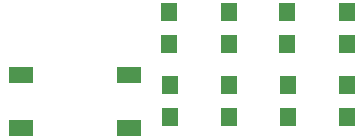
<source format=gbr>
G04 #@! TF.FileFunction,Paste,Top*
%FSLAX46Y46*%
G04 Gerber Fmt 4.6, Leading zero omitted, Abs format (unit mm)*
G04 Created by KiCad (PCBNEW 4.0.0-rc1-stable) date 05/10/2017 19:39:07*
%MOMM*%
G01*
G04 APERTURE LIST*
%ADD10C,0.100000*%
%ADD11R,2.150800X1.450800*%
%ADD12R,1.350800X1.550800*%
G04 APERTURE END LIST*
D10*
D11*
X179150000Y-119400000D03*
X188250000Y-119400000D03*
X188250000Y-114900000D03*
X179150000Y-114900000D03*
D12*
X196700000Y-118450000D03*
X196700000Y-115750000D03*
X201700000Y-118450000D03*
X201700000Y-115750000D03*
X206700000Y-118450000D03*
X206700000Y-115750000D03*
X191700000Y-118450000D03*
X191700000Y-115750000D03*
X196713000Y-109590000D03*
X196713000Y-112290000D03*
X201661000Y-109590000D03*
X201661000Y-112290000D03*
X206709000Y-109590000D03*
X206709000Y-112290000D03*
X191670000Y-109590000D03*
X191670000Y-112290000D03*
M02*

</source>
